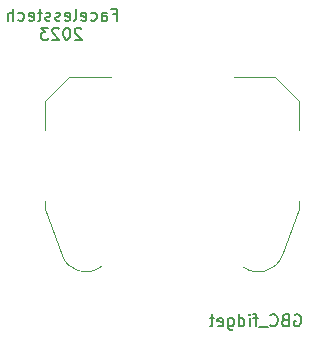
<source format=gbr>
%TF.GenerationSoftware,KiCad,Pcbnew,7.0.6*%
%TF.CreationDate,2023-09-02T17:04:30+01:00*%
%TF.ProjectId,gbc_fidget,6762635f-6669-4646-9765-742e6b696361,rev?*%
%TF.SameCoordinates,Original*%
%TF.FileFunction,Legend,Bot*%
%TF.FilePolarity,Positive*%
%FSLAX46Y46*%
G04 Gerber Fmt 4.6, Leading zero omitted, Abs format (unit mm)*
G04 Created by KiCad (PCBNEW 7.0.6) date 2023-09-02 17:04:30*
%MOMM*%
%LPD*%
G01*
G04 APERTURE LIST*
%ADD10C,0.150000*%
%ADD11C,0.120000*%
G04 APERTURE END LIST*
D10*
X169192411Y-86547438D02*
X169287649Y-86499819D01*
X169287649Y-86499819D02*
X169430506Y-86499819D01*
X169430506Y-86499819D02*
X169573363Y-86547438D01*
X169573363Y-86547438D02*
X169668601Y-86642676D01*
X169668601Y-86642676D02*
X169716220Y-86737914D01*
X169716220Y-86737914D02*
X169763839Y-86928390D01*
X169763839Y-86928390D02*
X169763839Y-87071247D01*
X169763839Y-87071247D02*
X169716220Y-87261723D01*
X169716220Y-87261723D02*
X169668601Y-87356961D01*
X169668601Y-87356961D02*
X169573363Y-87452200D01*
X169573363Y-87452200D02*
X169430506Y-87499819D01*
X169430506Y-87499819D02*
X169335268Y-87499819D01*
X169335268Y-87499819D02*
X169192411Y-87452200D01*
X169192411Y-87452200D02*
X169144792Y-87404580D01*
X169144792Y-87404580D02*
X169144792Y-87071247D01*
X169144792Y-87071247D02*
X169335268Y-87071247D01*
X168382887Y-86976009D02*
X168240030Y-87023628D01*
X168240030Y-87023628D02*
X168192411Y-87071247D01*
X168192411Y-87071247D02*
X168144792Y-87166485D01*
X168144792Y-87166485D02*
X168144792Y-87309342D01*
X168144792Y-87309342D02*
X168192411Y-87404580D01*
X168192411Y-87404580D02*
X168240030Y-87452200D01*
X168240030Y-87452200D02*
X168335268Y-87499819D01*
X168335268Y-87499819D02*
X168716220Y-87499819D01*
X168716220Y-87499819D02*
X168716220Y-86499819D01*
X168716220Y-86499819D02*
X168382887Y-86499819D01*
X168382887Y-86499819D02*
X168287649Y-86547438D01*
X168287649Y-86547438D02*
X168240030Y-86595057D01*
X168240030Y-86595057D02*
X168192411Y-86690295D01*
X168192411Y-86690295D02*
X168192411Y-86785533D01*
X168192411Y-86785533D02*
X168240030Y-86880771D01*
X168240030Y-86880771D02*
X168287649Y-86928390D01*
X168287649Y-86928390D02*
X168382887Y-86976009D01*
X168382887Y-86976009D02*
X168716220Y-86976009D01*
X167144792Y-87404580D02*
X167192411Y-87452200D01*
X167192411Y-87452200D02*
X167335268Y-87499819D01*
X167335268Y-87499819D02*
X167430506Y-87499819D01*
X167430506Y-87499819D02*
X167573363Y-87452200D01*
X167573363Y-87452200D02*
X167668601Y-87356961D01*
X167668601Y-87356961D02*
X167716220Y-87261723D01*
X167716220Y-87261723D02*
X167763839Y-87071247D01*
X167763839Y-87071247D02*
X167763839Y-86928390D01*
X167763839Y-86928390D02*
X167716220Y-86737914D01*
X167716220Y-86737914D02*
X167668601Y-86642676D01*
X167668601Y-86642676D02*
X167573363Y-86547438D01*
X167573363Y-86547438D02*
X167430506Y-86499819D01*
X167430506Y-86499819D02*
X167335268Y-86499819D01*
X167335268Y-86499819D02*
X167192411Y-86547438D01*
X167192411Y-86547438D02*
X167144792Y-86595057D01*
X166954316Y-87595057D02*
X166192411Y-87595057D01*
X166097172Y-86833152D02*
X165716220Y-86833152D01*
X165954315Y-87499819D02*
X165954315Y-86642676D01*
X165954315Y-86642676D02*
X165906696Y-86547438D01*
X165906696Y-86547438D02*
X165811458Y-86499819D01*
X165811458Y-86499819D02*
X165716220Y-86499819D01*
X165382886Y-87499819D02*
X165382886Y-86833152D01*
X165382886Y-86499819D02*
X165430505Y-86547438D01*
X165430505Y-86547438D02*
X165382886Y-86595057D01*
X165382886Y-86595057D02*
X165335267Y-86547438D01*
X165335267Y-86547438D02*
X165382886Y-86499819D01*
X165382886Y-86499819D02*
X165382886Y-86595057D01*
X164478125Y-87499819D02*
X164478125Y-86499819D01*
X164478125Y-87452200D02*
X164573363Y-87499819D01*
X164573363Y-87499819D02*
X164763839Y-87499819D01*
X164763839Y-87499819D02*
X164859077Y-87452200D01*
X164859077Y-87452200D02*
X164906696Y-87404580D01*
X164906696Y-87404580D02*
X164954315Y-87309342D01*
X164954315Y-87309342D02*
X164954315Y-87023628D01*
X164954315Y-87023628D02*
X164906696Y-86928390D01*
X164906696Y-86928390D02*
X164859077Y-86880771D01*
X164859077Y-86880771D02*
X164763839Y-86833152D01*
X164763839Y-86833152D02*
X164573363Y-86833152D01*
X164573363Y-86833152D02*
X164478125Y-86880771D01*
X163573363Y-86833152D02*
X163573363Y-87642676D01*
X163573363Y-87642676D02*
X163620982Y-87737914D01*
X163620982Y-87737914D02*
X163668601Y-87785533D01*
X163668601Y-87785533D02*
X163763839Y-87833152D01*
X163763839Y-87833152D02*
X163906696Y-87833152D01*
X163906696Y-87833152D02*
X164001934Y-87785533D01*
X163573363Y-87452200D02*
X163668601Y-87499819D01*
X163668601Y-87499819D02*
X163859077Y-87499819D01*
X163859077Y-87499819D02*
X163954315Y-87452200D01*
X163954315Y-87452200D02*
X164001934Y-87404580D01*
X164001934Y-87404580D02*
X164049553Y-87309342D01*
X164049553Y-87309342D02*
X164049553Y-87023628D01*
X164049553Y-87023628D02*
X164001934Y-86928390D01*
X164001934Y-86928390D02*
X163954315Y-86880771D01*
X163954315Y-86880771D02*
X163859077Y-86833152D01*
X163859077Y-86833152D02*
X163668601Y-86833152D01*
X163668601Y-86833152D02*
X163573363Y-86880771D01*
X162716220Y-87452200D02*
X162811458Y-87499819D01*
X162811458Y-87499819D02*
X163001934Y-87499819D01*
X163001934Y-87499819D02*
X163097172Y-87452200D01*
X163097172Y-87452200D02*
X163144791Y-87356961D01*
X163144791Y-87356961D02*
X163144791Y-86976009D01*
X163144791Y-86976009D02*
X163097172Y-86880771D01*
X163097172Y-86880771D02*
X163001934Y-86833152D01*
X163001934Y-86833152D02*
X162811458Y-86833152D01*
X162811458Y-86833152D02*
X162716220Y-86880771D01*
X162716220Y-86880771D02*
X162668601Y-86976009D01*
X162668601Y-86976009D02*
X162668601Y-87071247D01*
X162668601Y-87071247D02*
X163144791Y-87166485D01*
X162382886Y-86833152D02*
X162001934Y-86833152D01*
X162240029Y-86499819D02*
X162240029Y-87356961D01*
X162240029Y-87356961D02*
X162192410Y-87452200D01*
X162192410Y-87452200D02*
X162097172Y-87499819D01*
X162097172Y-87499819D02*
X162001934Y-87499819D01*
X153812687Y-61109009D02*
X154146020Y-61109009D01*
X154146020Y-61632819D02*
X154146020Y-60632819D01*
X154146020Y-60632819D02*
X153669830Y-60632819D01*
X152860306Y-61632819D02*
X152860306Y-61109009D01*
X152860306Y-61109009D02*
X152907925Y-61013771D01*
X152907925Y-61013771D02*
X153003163Y-60966152D01*
X153003163Y-60966152D02*
X153193639Y-60966152D01*
X153193639Y-60966152D02*
X153288877Y-61013771D01*
X152860306Y-61585200D02*
X152955544Y-61632819D01*
X152955544Y-61632819D02*
X153193639Y-61632819D01*
X153193639Y-61632819D02*
X153288877Y-61585200D01*
X153288877Y-61585200D02*
X153336496Y-61489961D01*
X153336496Y-61489961D02*
X153336496Y-61394723D01*
X153336496Y-61394723D02*
X153288877Y-61299485D01*
X153288877Y-61299485D02*
X153193639Y-61251866D01*
X153193639Y-61251866D02*
X152955544Y-61251866D01*
X152955544Y-61251866D02*
X152860306Y-61204247D01*
X151955544Y-61585200D02*
X152050782Y-61632819D01*
X152050782Y-61632819D02*
X152241258Y-61632819D01*
X152241258Y-61632819D02*
X152336496Y-61585200D01*
X152336496Y-61585200D02*
X152384115Y-61537580D01*
X152384115Y-61537580D02*
X152431734Y-61442342D01*
X152431734Y-61442342D02*
X152431734Y-61156628D01*
X152431734Y-61156628D02*
X152384115Y-61061390D01*
X152384115Y-61061390D02*
X152336496Y-61013771D01*
X152336496Y-61013771D02*
X152241258Y-60966152D01*
X152241258Y-60966152D02*
X152050782Y-60966152D01*
X152050782Y-60966152D02*
X151955544Y-61013771D01*
X151146020Y-61585200D02*
X151241258Y-61632819D01*
X151241258Y-61632819D02*
X151431734Y-61632819D01*
X151431734Y-61632819D02*
X151526972Y-61585200D01*
X151526972Y-61585200D02*
X151574591Y-61489961D01*
X151574591Y-61489961D02*
X151574591Y-61109009D01*
X151574591Y-61109009D02*
X151526972Y-61013771D01*
X151526972Y-61013771D02*
X151431734Y-60966152D01*
X151431734Y-60966152D02*
X151241258Y-60966152D01*
X151241258Y-60966152D02*
X151146020Y-61013771D01*
X151146020Y-61013771D02*
X151098401Y-61109009D01*
X151098401Y-61109009D02*
X151098401Y-61204247D01*
X151098401Y-61204247D02*
X151574591Y-61299485D01*
X150526972Y-61632819D02*
X150622210Y-61585200D01*
X150622210Y-61585200D02*
X150669829Y-61489961D01*
X150669829Y-61489961D02*
X150669829Y-60632819D01*
X149765067Y-61585200D02*
X149860305Y-61632819D01*
X149860305Y-61632819D02*
X150050781Y-61632819D01*
X150050781Y-61632819D02*
X150146019Y-61585200D01*
X150146019Y-61585200D02*
X150193638Y-61489961D01*
X150193638Y-61489961D02*
X150193638Y-61109009D01*
X150193638Y-61109009D02*
X150146019Y-61013771D01*
X150146019Y-61013771D02*
X150050781Y-60966152D01*
X150050781Y-60966152D02*
X149860305Y-60966152D01*
X149860305Y-60966152D02*
X149765067Y-61013771D01*
X149765067Y-61013771D02*
X149717448Y-61109009D01*
X149717448Y-61109009D02*
X149717448Y-61204247D01*
X149717448Y-61204247D02*
X150193638Y-61299485D01*
X149336495Y-61585200D02*
X149241257Y-61632819D01*
X149241257Y-61632819D02*
X149050781Y-61632819D01*
X149050781Y-61632819D02*
X148955543Y-61585200D01*
X148955543Y-61585200D02*
X148907924Y-61489961D01*
X148907924Y-61489961D02*
X148907924Y-61442342D01*
X148907924Y-61442342D02*
X148955543Y-61347104D01*
X148955543Y-61347104D02*
X149050781Y-61299485D01*
X149050781Y-61299485D02*
X149193638Y-61299485D01*
X149193638Y-61299485D02*
X149288876Y-61251866D01*
X149288876Y-61251866D02*
X149336495Y-61156628D01*
X149336495Y-61156628D02*
X149336495Y-61109009D01*
X149336495Y-61109009D02*
X149288876Y-61013771D01*
X149288876Y-61013771D02*
X149193638Y-60966152D01*
X149193638Y-60966152D02*
X149050781Y-60966152D01*
X149050781Y-60966152D02*
X148955543Y-61013771D01*
X148526971Y-61585200D02*
X148431733Y-61632819D01*
X148431733Y-61632819D02*
X148241257Y-61632819D01*
X148241257Y-61632819D02*
X148146019Y-61585200D01*
X148146019Y-61585200D02*
X148098400Y-61489961D01*
X148098400Y-61489961D02*
X148098400Y-61442342D01*
X148098400Y-61442342D02*
X148146019Y-61347104D01*
X148146019Y-61347104D02*
X148241257Y-61299485D01*
X148241257Y-61299485D02*
X148384114Y-61299485D01*
X148384114Y-61299485D02*
X148479352Y-61251866D01*
X148479352Y-61251866D02*
X148526971Y-61156628D01*
X148526971Y-61156628D02*
X148526971Y-61109009D01*
X148526971Y-61109009D02*
X148479352Y-61013771D01*
X148479352Y-61013771D02*
X148384114Y-60966152D01*
X148384114Y-60966152D02*
X148241257Y-60966152D01*
X148241257Y-60966152D02*
X148146019Y-61013771D01*
X147812685Y-60966152D02*
X147431733Y-60966152D01*
X147669828Y-60632819D02*
X147669828Y-61489961D01*
X147669828Y-61489961D02*
X147622209Y-61585200D01*
X147622209Y-61585200D02*
X147526971Y-61632819D01*
X147526971Y-61632819D02*
X147431733Y-61632819D01*
X146717447Y-61585200D02*
X146812685Y-61632819D01*
X146812685Y-61632819D02*
X147003161Y-61632819D01*
X147003161Y-61632819D02*
X147098399Y-61585200D01*
X147098399Y-61585200D02*
X147146018Y-61489961D01*
X147146018Y-61489961D02*
X147146018Y-61109009D01*
X147146018Y-61109009D02*
X147098399Y-61013771D01*
X147098399Y-61013771D02*
X147003161Y-60966152D01*
X147003161Y-60966152D02*
X146812685Y-60966152D01*
X146812685Y-60966152D02*
X146717447Y-61013771D01*
X146717447Y-61013771D02*
X146669828Y-61109009D01*
X146669828Y-61109009D02*
X146669828Y-61204247D01*
X146669828Y-61204247D02*
X147146018Y-61299485D01*
X145812685Y-61585200D02*
X145907923Y-61632819D01*
X145907923Y-61632819D02*
X146098399Y-61632819D01*
X146098399Y-61632819D02*
X146193637Y-61585200D01*
X146193637Y-61585200D02*
X146241256Y-61537580D01*
X146241256Y-61537580D02*
X146288875Y-61442342D01*
X146288875Y-61442342D02*
X146288875Y-61156628D01*
X146288875Y-61156628D02*
X146241256Y-61061390D01*
X146241256Y-61061390D02*
X146193637Y-61013771D01*
X146193637Y-61013771D02*
X146098399Y-60966152D01*
X146098399Y-60966152D02*
X145907923Y-60966152D01*
X145907923Y-60966152D02*
X145812685Y-61013771D01*
X145384113Y-61632819D02*
X145384113Y-60632819D01*
X144955542Y-61632819D02*
X144955542Y-61109009D01*
X144955542Y-61109009D02*
X145003161Y-61013771D01*
X145003161Y-61013771D02*
X145098399Y-60966152D01*
X145098399Y-60966152D02*
X145241256Y-60966152D01*
X145241256Y-60966152D02*
X145336494Y-61013771D01*
X145336494Y-61013771D02*
X145384113Y-61061390D01*
X151146019Y-62338057D02*
X151098400Y-62290438D01*
X151098400Y-62290438D02*
X151003162Y-62242819D01*
X151003162Y-62242819D02*
X150765067Y-62242819D01*
X150765067Y-62242819D02*
X150669829Y-62290438D01*
X150669829Y-62290438D02*
X150622210Y-62338057D01*
X150622210Y-62338057D02*
X150574591Y-62433295D01*
X150574591Y-62433295D02*
X150574591Y-62528533D01*
X150574591Y-62528533D02*
X150622210Y-62671390D01*
X150622210Y-62671390D02*
X151193638Y-63242819D01*
X151193638Y-63242819D02*
X150574591Y-63242819D01*
X149955543Y-62242819D02*
X149860305Y-62242819D01*
X149860305Y-62242819D02*
X149765067Y-62290438D01*
X149765067Y-62290438D02*
X149717448Y-62338057D01*
X149717448Y-62338057D02*
X149669829Y-62433295D01*
X149669829Y-62433295D02*
X149622210Y-62623771D01*
X149622210Y-62623771D02*
X149622210Y-62861866D01*
X149622210Y-62861866D02*
X149669829Y-63052342D01*
X149669829Y-63052342D02*
X149717448Y-63147580D01*
X149717448Y-63147580D02*
X149765067Y-63195200D01*
X149765067Y-63195200D02*
X149860305Y-63242819D01*
X149860305Y-63242819D02*
X149955543Y-63242819D01*
X149955543Y-63242819D02*
X150050781Y-63195200D01*
X150050781Y-63195200D02*
X150098400Y-63147580D01*
X150098400Y-63147580D02*
X150146019Y-63052342D01*
X150146019Y-63052342D02*
X150193638Y-62861866D01*
X150193638Y-62861866D02*
X150193638Y-62623771D01*
X150193638Y-62623771D02*
X150146019Y-62433295D01*
X150146019Y-62433295D02*
X150098400Y-62338057D01*
X150098400Y-62338057D02*
X150050781Y-62290438D01*
X150050781Y-62290438D02*
X149955543Y-62242819D01*
X149241257Y-62338057D02*
X149193638Y-62290438D01*
X149193638Y-62290438D02*
X149098400Y-62242819D01*
X149098400Y-62242819D02*
X148860305Y-62242819D01*
X148860305Y-62242819D02*
X148765067Y-62290438D01*
X148765067Y-62290438D02*
X148717448Y-62338057D01*
X148717448Y-62338057D02*
X148669829Y-62433295D01*
X148669829Y-62433295D02*
X148669829Y-62528533D01*
X148669829Y-62528533D02*
X148717448Y-62671390D01*
X148717448Y-62671390D02*
X149288876Y-63242819D01*
X149288876Y-63242819D02*
X148669829Y-63242819D01*
X148336495Y-62242819D02*
X147717448Y-62242819D01*
X147717448Y-62242819D02*
X148050781Y-62623771D01*
X148050781Y-62623771D02*
X147907924Y-62623771D01*
X147907924Y-62623771D02*
X147812686Y-62671390D01*
X147812686Y-62671390D02*
X147765067Y-62719009D01*
X147765067Y-62719009D02*
X147717448Y-62814247D01*
X147717448Y-62814247D02*
X147717448Y-63052342D01*
X147717448Y-63052342D02*
X147765067Y-63147580D01*
X147765067Y-63147580D02*
X147812686Y-63195200D01*
X147812686Y-63195200D02*
X147907924Y-63242819D01*
X147907924Y-63242819D02*
X148193638Y-63242819D01*
X148193638Y-63242819D02*
X148288876Y-63195200D01*
X148288876Y-63195200D02*
X148336495Y-63147580D01*
D11*
%TO.C,BT1*%
X169606200Y-77544000D02*
X168166200Y-81494000D01*
X169606200Y-76914000D02*
X169606200Y-77544000D01*
X169606200Y-68454000D02*
X169606200Y-70914000D01*
X167526200Y-66374000D02*
X169606200Y-68454000D01*
X164026200Y-66374000D02*
X167526200Y-66374000D01*
X150126200Y-66374000D02*
X153626200Y-66374000D01*
X150126200Y-66374000D02*
X148046200Y-68454000D01*
X148046200Y-77544000D02*
X149486200Y-81494000D01*
X148046200Y-76914000D02*
X148046200Y-77544000D01*
X148046200Y-68454000D02*
X148046200Y-70914000D01*
X164829554Y-82480530D02*
G75*
G03*
X168166200Y-81494000I1306646J1716531D01*
G01*
X149500957Y-81502169D02*
G75*
G03*
X152826200Y-82463999I2015243J738169D01*
G01*
%TD*%
M02*

</source>
